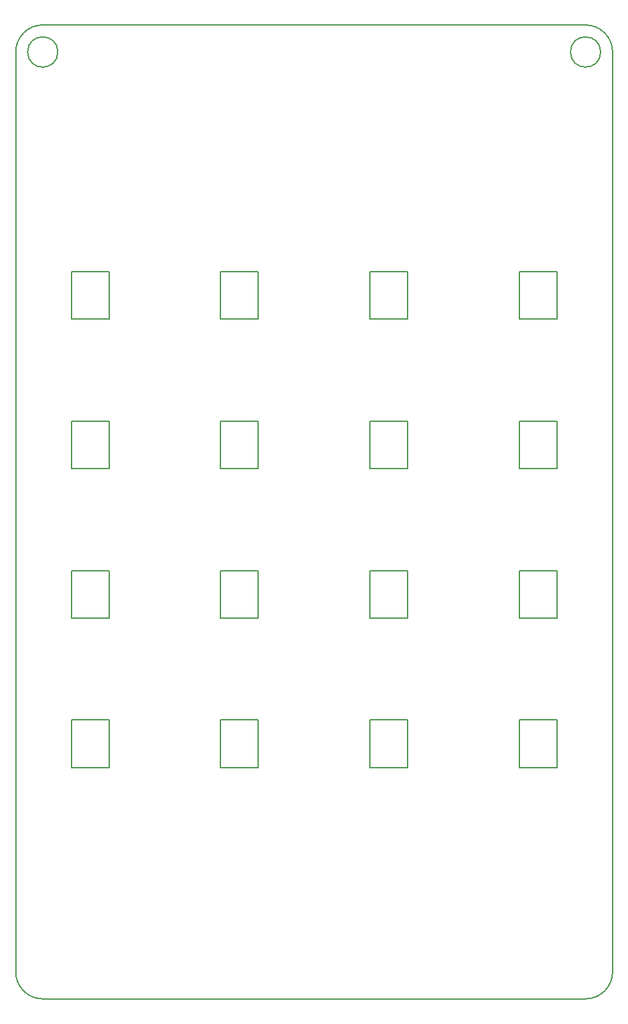
<source format=gm1>
G04 #@! TF.GenerationSoftware,KiCad,Pcbnew,(5.0.0-rc2-dev-321-g78161b592)*
G04 #@! TF.CreationDate,2018-06-26T01:07:03-06:00*
G04 #@! TF.ProjectId,KeyGridBadge,4B65794772696442616467652E6B6963,rev?*
G04 #@! TF.SameCoordinates,Original*
G04 #@! TF.FileFunction,Profile,NP*
%FSLAX46Y46*%
G04 Gerber Fmt 4.6, Leading zero omitted, Abs format (unit mm)*
G04 Created by KiCad (PCBNEW (5.0.0-rc2-dev-321-g78161b592)) date 06/26/18 01:07:03*
%MOMM*%
%LPD*%
G01*
G04 APERTURE LIST*
%ADD10C,0.150000*%
%ADD11C,0.200000*%
G04 APERTURE END LIST*
D10*
X69120000Y-41820000D02*
G75*
G03X69120000Y-41820000I-2000000J0D01*
G01*
D11*
X142640000Y-163660000D02*
G75*
G02X139060000Y-167240000I-3580000J0D01*
G01*
X67120000Y-167240000D02*
G75*
G02X63540000Y-163660000I0J3580000D01*
G01*
X63540000Y-41820000D02*
G75*
G02X67120000Y-38240000I3580000J0D01*
G01*
D10*
X141060000Y-41820000D02*
G75*
G03X141060000Y-41820000I-2000000J0D01*
G01*
D11*
X139060000Y-38240000D02*
G75*
G02X142640000Y-41820000I0J-3580000D01*
G01*
X67120000Y-38240000D02*
X139060000Y-38240000D01*
X142640000Y-41820000D02*
X142640000Y-163660000D01*
X63540000Y-163660000D02*
X63540000Y-41820000D01*
X139060000Y-167240000D02*
X67120000Y-167240000D01*
D10*
X70900000Y-136600000D02*
X70900000Y-130300000D01*
X75900000Y-136600000D02*
X70900000Y-136600000D01*
X75900000Y-130300000D02*
X75900000Y-136600000D01*
X70900000Y-130300000D02*
X75900000Y-130300000D01*
X90700000Y-136600000D02*
X90700000Y-130300000D01*
X95700000Y-136600000D02*
X90700000Y-136600000D01*
X95700000Y-130300000D02*
X95700000Y-136600000D01*
X90700000Y-130300000D02*
X95700000Y-130300000D01*
X110500000Y-136600000D02*
X110500000Y-130300000D01*
X115500000Y-136600000D02*
X110500000Y-136600000D01*
X115500000Y-130300000D02*
X115500000Y-136600000D01*
X110500000Y-130300000D02*
X115500000Y-130300000D01*
X130300000Y-136600000D02*
X130300000Y-130300000D01*
X135300000Y-136600000D02*
X130300000Y-136600000D01*
X135300000Y-130300000D02*
X135300000Y-136600000D01*
X130300000Y-130300000D02*
X135300000Y-130300000D01*
X130300000Y-116800000D02*
X130300000Y-110500000D01*
X135300000Y-116800000D02*
X130300000Y-116800000D01*
X135300000Y-110500000D02*
X135300000Y-116800000D01*
X130300000Y-110500000D02*
X135300000Y-110500000D01*
X110500000Y-116800000D02*
X110500000Y-110500000D01*
X115500000Y-116800000D02*
X110500000Y-116800000D01*
X115500000Y-110500000D02*
X115500000Y-116800000D01*
X110500000Y-110500000D02*
X115500000Y-110500000D01*
X90700000Y-116800000D02*
X90700000Y-110500000D01*
X95700000Y-116800000D02*
X90700000Y-116800000D01*
X95700000Y-110500000D02*
X95700000Y-116800000D01*
X90700000Y-110500000D02*
X95700000Y-110500000D01*
X70900000Y-116800000D02*
X70900000Y-110500000D01*
X75900000Y-116800000D02*
X70900000Y-116800000D01*
X75900000Y-110500000D02*
X75900000Y-116800000D01*
X70900000Y-110500000D02*
X75900000Y-110500000D01*
X70900000Y-97000000D02*
X70900000Y-90700000D01*
X75900000Y-97000000D02*
X70900000Y-97000000D01*
X75900000Y-90700000D02*
X75900000Y-97000000D01*
X70900000Y-90700000D02*
X75900000Y-90700000D01*
X90700000Y-97000000D02*
X90700000Y-90700000D01*
X95700000Y-97000000D02*
X90700000Y-97000000D01*
X95700000Y-90700000D02*
X95700000Y-97000000D01*
X90700000Y-90700000D02*
X95700000Y-90700000D01*
X110500000Y-97000000D02*
X110500000Y-90700000D01*
X115500000Y-97000000D02*
X110500000Y-97000000D01*
X115500000Y-90700000D02*
X115500000Y-97000000D01*
X110500000Y-90700000D02*
X115500000Y-90700000D01*
X130300000Y-97000000D02*
X130300000Y-90700000D01*
X135300000Y-97000000D02*
X130300000Y-97000000D01*
X135300000Y-90700000D02*
X135300000Y-97000000D01*
X130300000Y-90700000D02*
X135300000Y-90700000D01*
X130300000Y-77200000D02*
X130300000Y-70900000D01*
X135300000Y-77200000D02*
X130300000Y-77200000D01*
X135300000Y-70900000D02*
X135300000Y-77200000D01*
X130300000Y-70900000D02*
X135300000Y-70900000D01*
X110500000Y-77200000D02*
X110500000Y-70900000D01*
X115500000Y-77200000D02*
X110500000Y-77200000D01*
X115500000Y-70900000D02*
X115500000Y-77200000D01*
X110500000Y-70900000D02*
X115500000Y-70900000D01*
X90700000Y-77200000D02*
X90700000Y-70900000D01*
X95700000Y-77200000D02*
X90700000Y-77200000D01*
X95700000Y-70900000D02*
X95700000Y-77200000D01*
X90700000Y-70900000D02*
X95700000Y-70900000D01*
X70900000Y-77200000D02*
X70900000Y-70900000D01*
X75900000Y-77200000D02*
X70900000Y-77200000D01*
X75900000Y-70900000D02*
X75900000Y-77200000D01*
X70900000Y-70900000D02*
X75900000Y-70900000D01*
M02*

</source>
